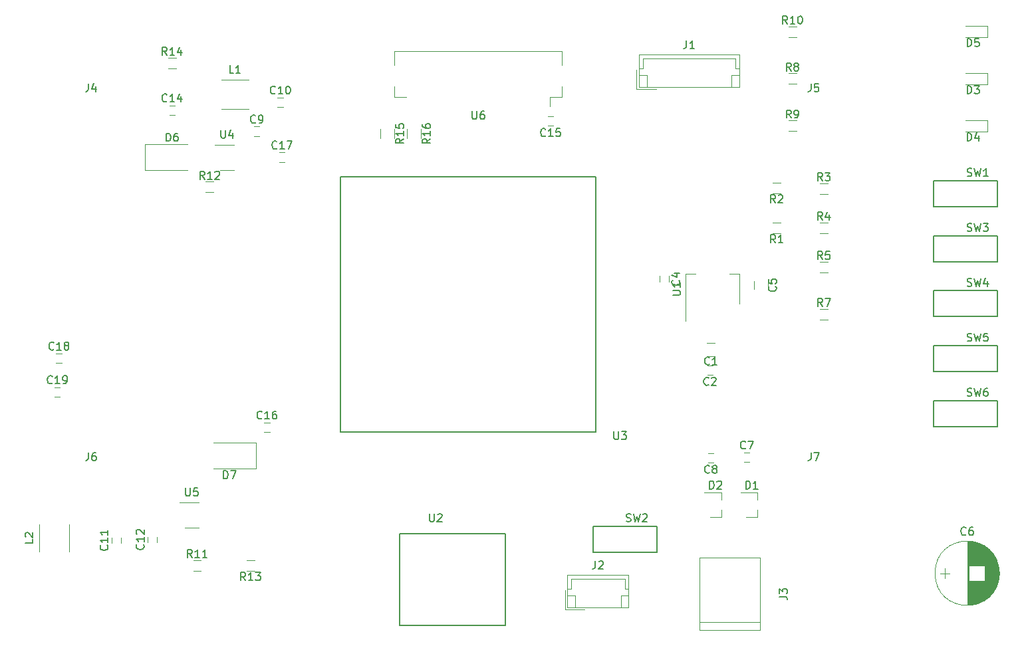
<source format=gbr>
G04 #@! TF.FileFunction,Legend,Top*
%FSLAX46Y46*%
G04 Gerber Fmt 4.6, Leading zero omitted, Abs format (unit mm)*
G04 Created by KiCad (PCBNEW 4.0.7) date 08/21/19 21:36:26*
%MOMM*%
%LPD*%
G01*
G04 APERTURE LIST*
%ADD10C,0.100000*%
%ADD11C,0.120000*%
%ADD12C,0.150000*%
G04 APERTURE END LIST*
D10*
D11*
X163100000Y-104350000D02*
X164100000Y-104350000D01*
X164100000Y-102650000D02*
X163100000Y-102650000D01*
X163150000Y-105500000D02*
X163850000Y-105500000D01*
X163850000Y-106700000D02*
X163150000Y-106700000D01*
X157100000Y-94850000D02*
X157100000Y-94150000D01*
X158300000Y-94150000D02*
X158300000Y-94850000D01*
X170850000Y-95800000D02*
X170850000Y-94800000D01*
X169150000Y-94800000D02*
X169150000Y-95800000D01*
X200340000Y-132000000D02*
G75*
G03X200340000Y-132000000I-4090000J0D01*
G01*
X196250000Y-127950000D02*
X196250000Y-136050000D01*
X196290000Y-127950000D02*
X196290000Y-136050000D01*
X196330000Y-127950000D02*
X196330000Y-136050000D01*
X196370000Y-127951000D02*
X196370000Y-136049000D01*
X196410000Y-127953000D02*
X196410000Y-136047000D01*
X196450000Y-127954000D02*
X196450000Y-136046000D01*
X196490000Y-127957000D02*
X196490000Y-136043000D01*
X196530000Y-127959000D02*
X196530000Y-131020000D01*
X196530000Y-132980000D02*
X196530000Y-136041000D01*
X196570000Y-127962000D02*
X196570000Y-131020000D01*
X196570000Y-132980000D02*
X196570000Y-136038000D01*
X196610000Y-127965000D02*
X196610000Y-131020000D01*
X196610000Y-132980000D02*
X196610000Y-136035000D01*
X196650000Y-127969000D02*
X196650000Y-131020000D01*
X196650000Y-132980000D02*
X196650000Y-136031000D01*
X196690000Y-127973000D02*
X196690000Y-131020000D01*
X196690000Y-132980000D02*
X196690000Y-136027000D01*
X196730000Y-127978000D02*
X196730000Y-131020000D01*
X196730000Y-132980000D02*
X196730000Y-136022000D01*
X196770000Y-127983000D02*
X196770000Y-131020000D01*
X196770000Y-132980000D02*
X196770000Y-136017000D01*
X196810000Y-127988000D02*
X196810000Y-131020000D01*
X196810000Y-132980000D02*
X196810000Y-136012000D01*
X196850000Y-127994000D02*
X196850000Y-131020000D01*
X196850000Y-132980000D02*
X196850000Y-136006000D01*
X196890000Y-128000000D02*
X196890000Y-131020000D01*
X196890000Y-132980000D02*
X196890000Y-136000000D01*
X196930000Y-128006000D02*
X196930000Y-131020000D01*
X196930000Y-132980000D02*
X196930000Y-135994000D01*
X196971000Y-128013000D02*
X196971000Y-131020000D01*
X196971000Y-132980000D02*
X196971000Y-135987000D01*
X197011000Y-128021000D02*
X197011000Y-131020000D01*
X197011000Y-132980000D02*
X197011000Y-135979000D01*
X197051000Y-128029000D02*
X197051000Y-131020000D01*
X197051000Y-132980000D02*
X197051000Y-135971000D01*
X197091000Y-128037000D02*
X197091000Y-131020000D01*
X197091000Y-132980000D02*
X197091000Y-135963000D01*
X197131000Y-128045000D02*
X197131000Y-131020000D01*
X197131000Y-132980000D02*
X197131000Y-135955000D01*
X197171000Y-128054000D02*
X197171000Y-131020000D01*
X197171000Y-132980000D02*
X197171000Y-135946000D01*
X197211000Y-128064000D02*
X197211000Y-131020000D01*
X197211000Y-132980000D02*
X197211000Y-135936000D01*
X197251000Y-128074000D02*
X197251000Y-131020000D01*
X197251000Y-132980000D02*
X197251000Y-135926000D01*
X197291000Y-128084000D02*
X197291000Y-131020000D01*
X197291000Y-132980000D02*
X197291000Y-135916000D01*
X197331000Y-128095000D02*
X197331000Y-131020000D01*
X197331000Y-132980000D02*
X197331000Y-135905000D01*
X197371000Y-128106000D02*
X197371000Y-131020000D01*
X197371000Y-132980000D02*
X197371000Y-135894000D01*
X197411000Y-128117000D02*
X197411000Y-131020000D01*
X197411000Y-132980000D02*
X197411000Y-135883000D01*
X197451000Y-128130000D02*
X197451000Y-131020000D01*
X197451000Y-132980000D02*
X197451000Y-135870000D01*
X197491000Y-128142000D02*
X197491000Y-131020000D01*
X197491000Y-132980000D02*
X197491000Y-135858000D01*
X197531000Y-128155000D02*
X197531000Y-131020000D01*
X197531000Y-132980000D02*
X197531000Y-135845000D01*
X197571000Y-128168000D02*
X197571000Y-131020000D01*
X197571000Y-132980000D02*
X197571000Y-135832000D01*
X197611000Y-128182000D02*
X197611000Y-131020000D01*
X197611000Y-132980000D02*
X197611000Y-135818000D01*
X197651000Y-128197000D02*
X197651000Y-131020000D01*
X197651000Y-132980000D02*
X197651000Y-135803000D01*
X197691000Y-128211000D02*
X197691000Y-131020000D01*
X197691000Y-132980000D02*
X197691000Y-135789000D01*
X197731000Y-128227000D02*
X197731000Y-131020000D01*
X197731000Y-132980000D02*
X197731000Y-135773000D01*
X197771000Y-128242000D02*
X197771000Y-131020000D01*
X197771000Y-132980000D02*
X197771000Y-135758000D01*
X197811000Y-128259000D02*
X197811000Y-131020000D01*
X197811000Y-132980000D02*
X197811000Y-135741000D01*
X197851000Y-128275000D02*
X197851000Y-131020000D01*
X197851000Y-132980000D02*
X197851000Y-135725000D01*
X197891000Y-128293000D02*
X197891000Y-131020000D01*
X197891000Y-132980000D02*
X197891000Y-135707000D01*
X197931000Y-128310000D02*
X197931000Y-131020000D01*
X197931000Y-132980000D02*
X197931000Y-135690000D01*
X197971000Y-128329000D02*
X197971000Y-131020000D01*
X197971000Y-132980000D02*
X197971000Y-135671000D01*
X198011000Y-128348000D02*
X198011000Y-131020000D01*
X198011000Y-132980000D02*
X198011000Y-135652000D01*
X198051000Y-128367000D02*
X198051000Y-131020000D01*
X198051000Y-132980000D02*
X198051000Y-135633000D01*
X198091000Y-128387000D02*
X198091000Y-131020000D01*
X198091000Y-132980000D02*
X198091000Y-135613000D01*
X198131000Y-128407000D02*
X198131000Y-131020000D01*
X198131000Y-132980000D02*
X198131000Y-135593000D01*
X198171000Y-128428000D02*
X198171000Y-131020000D01*
X198171000Y-132980000D02*
X198171000Y-135572000D01*
X198211000Y-128450000D02*
X198211000Y-131020000D01*
X198211000Y-132980000D02*
X198211000Y-135550000D01*
X198251000Y-128472000D02*
X198251000Y-131020000D01*
X198251000Y-132980000D02*
X198251000Y-135528000D01*
X198291000Y-128495000D02*
X198291000Y-131020000D01*
X198291000Y-132980000D02*
X198291000Y-135505000D01*
X198331000Y-128518000D02*
X198331000Y-131020000D01*
X198331000Y-132980000D02*
X198331000Y-135482000D01*
X198371000Y-128542000D02*
X198371000Y-131020000D01*
X198371000Y-132980000D02*
X198371000Y-135458000D01*
X198411000Y-128566000D02*
X198411000Y-131020000D01*
X198411000Y-132980000D02*
X198411000Y-135434000D01*
X198451000Y-128592000D02*
X198451000Y-131020000D01*
X198451000Y-132980000D02*
X198451000Y-135408000D01*
X198491000Y-128617000D02*
X198491000Y-135383000D01*
X198531000Y-128644000D02*
X198531000Y-135356000D01*
X198571000Y-128671000D02*
X198571000Y-135329000D01*
X198611000Y-128699000D02*
X198611000Y-135301000D01*
X198651000Y-128728000D02*
X198651000Y-135272000D01*
X198691000Y-128757000D02*
X198691000Y-135243000D01*
X198731000Y-128787000D02*
X198731000Y-135213000D01*
X198771000Y-128818000D02*
X198771000Y-135182000D01*
X198811000Y-128850000D02*
X198811000Y-135150000D01*
X198851000Y-128882000D02*
X198851000Y-135118000D01*
X198891000Y-128916000D02*
X198891000Y-135084000D01*
X198931000Y-128950000D02*
X198931000Y-135050000D01*
X198971000Y-128985000D02*
X198971000Y-135015000D01*
X199011000Y-129021000D02*
X199011000Y-134979000D01*
X199051000Y-129058000D02*
X199051000Y-134942000D01*
X199091000Y-129096000D02*
X199091000Y-134904000D01*
X199131000Y-129135000D02*
X199131000Y-134865000D01*
X199171000Y-129176000D02*
X199171000Y-134824000D01*
X199211000Y-129217000D02*
X199211000Y-134783000D01*
X199251000Y-129260000D02*
X199251000Y-134740000D01*
X199291000Y-129303000D02*
X199291000Y-134697000D01*
X199331000Y-129348000D02*
X199331000Y-134652000D01*
X199371000Y-129395000D02*
X199371000Y-134605000D01*
X199411000Y-129443000D02*
X199411000Y-134557000D01*
X199451000Y-129492000D02*
X199451000Y-134508000D01*
X199491000Y-129543000D02*
X199491000Y-134457000D01*
X199531000Y-129596000D02*
X199531000Y-134404000D01*
X199571000Y-129651000D02*
X199571000Y-134349000D01*
X199611000Y-129707000D02*
X199611000Y-134293000D01*
X199651000Y-129766000D02*
X199651000Y-134234000D01*
X199691000Y-129827000D02*
X199691000Y-134173000D01*
X199731000Y-129891000D02*
X199731000Y-134109000D01*
X199771000Y-129957000D02*
X199771000Y-134043000D01*
X199811000Y-130026000D02*
X199811000Y-133974000D01*
X199851000Y-130098000D02*
X199851000Y-133902000D01*
X199891000Y-130174000D02*
X199891000Y-133826000D01*
X199931000Y-130255000D02*
X199931000Y-133745000D01*
X199971000Y-130340000D02*
X199971000Y-133660000D01*
X200011000Y-130430000D02*
X200011000Y-133570000D01*
X200051000Y-130527000D02*
X200051000Y-133473000D01*
X200091000Y-130631000D02*
X200091000Y-133369000D01*
X200131000Y-130746000D02*
X200131000Y-133254000D01*
X200171000Y-130873000D02*
X200171000Y-133127000D01*
X200211000Y-131017000D02*
X200211000Y-132983000D01*
X200251000Y-131186000D02*
X200251000Y-132814000D01*
X200291000Y-131402000D02*
X200291000Y-132598000D01*
X200331000Y-131754000D02*
X200331000Y-132246000D01*
X192800000Y-132000000D02*
X194000000Y-132000000D01*
X193400000Y-131350000D02*
X193400000Y-132650000D01*
X168550000Y-117800000D02*
X167850000Y-117800000D01*
X167850000Y-116600000D02*
X168550000Y-116600000D01*
X163250000Y-116700000D02*
X163950000Y-116700000D01*
X163950000Y-117900000D02*
X163250000Y-117900000D01*
X106150000Y-76300000D02*
X105450000Y-76300000D01*
X105450000Y-75100000D02*
X106150000Y-75100000D01*
X109150000Y-72600000D02*
X108450000Y-72600000D01*
X108450000Y-71400000D02*
X109150000Y-71400000D01*
X95350000Y-73600000D02*
X94650000Y-73600000D01*
X94650000Y-72400000D02*
X95350000Y-72400000D01*
X109350000Y-79600000D02*
X108650000Y-79600000D01*
X108650000Y-78400000D02*
X109350000Y-78400000D01*
X80950000Y-105200000D02*
X80250000Y-105200000D01*
X80250000Y-104000000D02*
X80950000Y-104000000D01*
X80750000Y-109500000D02*
X80050000Y-109500000D01*
X80050000Y-108300000D02*
X80750000Y-108300000D01*
X169560000Y-124880000D02*
X169560000Y-123950000D01*
X169560000Y-121720000D02*
X169560000Y-122650000D01*
X169560000Y-121720000D02*
X167400000Y-121720000D01*
X169560000Y-124880000D02*
X168100000Y-124880000D01*
X164960000Y-124880000D02*
X164960000Y-123950000D01*
X164960000Y-121720000D02*
X164960000Y-122650000D01*
X164960000Y-121720000D02*
X162800000Y-121720000D01*
X164960000Y-124880000D02*
X163500000Y-124880000D01*
X198800000Y-69700000D02*
X198800000Y-68300000D01*
X198800000Y-68300000D02*
X196000000Y-68300000D01*
X198800000Y-69700000D02*
X196000000Y-69700000D01*
X198800000Y-75700000D02*
X198800000Y-74300000D01*
X198800000Y-74300000D02*
X196000000Y-74300000D01*
X198800000Y-75700000D02*
X196000000Y-75700000D01*
X198800000Y-63700000D02*
X198800000Y-62300000D01*
X198800000Y-62300000D02*
X196000000Y-62300000D01*
X198800000Y-63700000D02*
X196000000Y-63700000D01*
X81880000Y-129230000D02*
X81880000Y-125770000D01*
X78120000Y-129230000D02*
X78120000Y-125770000D01*
X171500000Y-87320000D02*
X172500000Y-87320000D01*
X172500000Y-88680000D02*
X171500000Y-88680000D01*
X171500000Y-82220000D02*
X172500000Y-82220000D01*
X172500000Y-83580000D02*
X171500000Y-83580000D01*
X178500000Y-83680000D02*
X177500000Y-83680000D01*
X177500000Y-82320000D02*
X178500000Y-82320000D01*
X178500000Y-88680000D02*
X177500000Y-88680000D01*
X177500000Y-87320000D02*
X178500000Y-87320000D01*
X178500000Y-93680000D02*
X177500000Y-93680000D01*
X177500000Y-92320000D02*
X178500000Y-92320000D01*
X178500000Y-99680000D02*
X177500000Y-99680000D01*
X177500000Y-98320000D02*
X178500000Y-98320000D01*
X174500000Y-69680000D02*
X173500000Y-69680000D01*
X173500000Y-68320000D02*
X174500000Y-68320000D01*
X174500000Y-75680000D02*
X173500000Y-75680000D01*
X173500000Y-74320000D02*
X174500000Y-74320000D01*
X174500000Y-63680000D02*
X173500000Y-63680000D01*
X173500000Y-62320000D02*
X174500000Y-62320000D01*
X100300000Y-83480000D02*
X99300000Y-83480000D01*
X99300000Y-82120000D02*
X100300000Y-82120000D01*
X95500000Y-67680000D02*
X94500000Y-67680000D01*
X94500000Y-66320000D02*
X95500000Y-66320000D01*
X101100000Y-80610000D02*
X102900000Y-80610000D01*
X102900000Y-77390000D02*
X100450000Y-77390000D01*
X96600000Y-126210000D02*
X98400000Y-126210000D01*
X98400000Y-122990000D02*
X95950000Y-122990000D01*
X143160000Y-71300000D02*
X144650000Y-71300000D01*
X144650000Y-71300000D02*
X144650000Y-69960000D01*
X124840000Y-71300000D02*
X123350000Y-71300000D01*
X123350000Y-71300000D02*
X123350000Y-69960000D01*
X144650000Y-67240000D02*
X144650000Y-65500000D01*
X144650000Y-65500000D02*
X123350000Y-65500000D01*
X123350000Y-65500000D02*
X123350000Y-67240000D01*
X143160000Y-71300000D02*
X143160000Y-72500000D01*
X142850000Y-73800000D02*
X143550000Y-73800000D01*
X143550000Y-75000000D02*
X142850000Y-75000000D01*
X154450000Y-65950000D02*
X154450000Y-70050000D01*
X154450000Y-70050000D02*
X167250000Y-70050000D01*
X167250000Y-70050000D02*
X167250000Y-65950000D01*
X167250000Y-65950000D02*
X154450000Y-65950000D01*
X154450000Y-67700000D02*
X154950000Y-67700000D01*
X154950000Y-67700000D02*
X154950000Y-66450000D01*
X154950000Y-66450000D02*
X166750000Y-66450000D01*
X166750000Y-66450000D02*
X166750000Y-67700000D01*
X166750000Y-67700000D02*
X167250000Y-67700000D01*
X154450000Y-68550000D02*
X155450000Y-68550000D01*
X155450000Y-68550000D02*
X155450000Y-70050000D01*
X167250000Y-68550000D02*
X166250000Y-68550000D01*
X166250000Y-68550000D02*
X166250000Y-70050000D01*
X154150000Y-67850000D02*
X154150000Y-70350000D01*
X154150000Y-70350000D02*
X156650000Y-70350000D01*
X121520000Y-76600000D02*
X121520000Y-75400000D01*
X123280000Y-75400000D02*
X123280000Y-76600000D01*
X124920000Y-76600000D02*
X124920000Y-75400000D01*
X126680000Y-75400000D02*
X126680000Y-76600000D01*
D12*
X192000000Y-82000000D02*
X200128000Y-82000000D01*
X200128000Y-82000000D02*
X200128000Y-85302000D01*
X200128000Y-85302000D02*
X192000000Y-85302000D01*
X192000000Y-85302000D02*
X192000000Y-82000000D01*
X148600000Y-126000000D02*
X156728000Y-126000000D01*
X156728000Y-126000000D02*
X156728000Y-129302000D01*
X156728000Y-129302000D02*
X148600000Y-129302000D01*
X148600000Y-129302000D02*
X148600000Y-126000000D01*
X192000000Y-89000000D02*
X200128000Y-89000000D01*
X200128000Y-89000000D02*
X200128000Y-92302000D01*
X200128000Y-92302000D02*
X192000000Y-92302000D01*
X192000000Y-92302000D02*
X192000000Y-89000000D01*
X192000000Y-96000000D02*
X200128000Y-96000000D01*
X200128000Y-96000000D02*
X200128000Y-99302000D01*
X200128000Y-99302000D02*
X192000000Y-99302000D01*
X192000000Y-99302000D02*
X192000000Y-96000000D01*
X192000000Y-103000000D02*
X200128000Y-103000000D01*
X200128000Y-103000000D02*
X200128000Y-106302000D01*
X200128000Y-106302000D02*
X192000000Y-106302000D01*
X192000000Y-106302000D02*
X192000000Y-103000000D01*
X192000000Y-110000000D02*
X200128000Y-110000000D01*
X200128000Y-110000000D02*
X200128000Y-113302000D01*
X200128000Y-113302000D02*
X192000000Y-113302000D01*
X192000000Y-113302000D02*
X192000000Y-110000000D01*
D11*
X101270000Y-72880000D02*
X104730000Y-72880000D01*
X101270000Y-69120000D02*
X104730000Y-69120000D01*
X167210000Y-93890000D02*
X165950000Y-93890000D01*
X160390000Y-93890000D02*
X161650000Y-93890000D01*
X167210000Y-97650000D02*
X167210000Y-93890000D01*
X160390000Y-99900000D02*
X160390000Y-93890000D01*
D12*
X149000000Y-114000000D02*
X149000000Y-81488000D01*
X149000000Y-81488000D02*
X116488000Y-81488000D01*
X116488000Y-81488000D02*
X116488000Y-114000000D01*
X116488000Y-114000000D02*
X149000000Y-114000000D01*
X136954000Y-127000000D02*
X137462000Y-127000000D01*
X136446000Y-127000000D02*
X136954000Y-127000000D01*
X137462000Y-127000000D02*
X137462000Y-138684000D01*
X137462000Y-138684000D02*
X136954000Y-138684000D01*
X124000000Y-127000000D02*
X124000000Y-138684000D01*
X124000000Y-138684000D02*
X136954000Y-138684000D01*
X136954000Y-127000000D02*
X124000000Y-127000000D01*
D11*
X88500000Y-127450000D02*
X88500000Y-128150000D01*
X87300000Y-128150000D02*
X87300000Y-127450000D01*
X93100000Y-127350000D02*
X93100000Y-128050000D01*
X91900000Y-128050000D02*
X91900000Y-127350000D01*
X107450000Y-114000000D02*
X106750000Y-114000000D01*
X106750000Y-112800000D02*
X107450000Y-112800000D01*
X105700000Y-118650000D02*
X105700000Y-115350000D01*
X105700000Y-115350000D02*
X100300000Y-115350000D01*
X105700000Y-118650000D02*
X100300000Y-118650000D01*
X145350000Y-132250000D02*
X145350000Y-136350000D01*
X145350000Y-136350000D02*
X153150000Y-136350000D01*
X153150000Y-136350000D02*
X153150000Y-132250000D01*
X153150000Y-132250000D02*
X145350000Y-132250000D01*
X145350000Y-134000000D02*
X145850000Y-134000000D01*
X145850000Y-134000000D02*
X145850000Y-132750000D01*
X145850000Y-132750000D02*
X152650000Y-132750000D01*
X152650000Y-132750000D02*
X152650000Y-134000000D01*
X152650000Y-134000000D02*
X153150000Y-134000000D01*
X145350000Y-134850000D02*
X146350000Y-134850000D01*
X146350000Y-134850000D02*
X146350000Y-136350000D01*
X153150000Y-134850000D02*
X152150000Y-134850000D01*
X152150000Y-134850000D02*
X152150000Y-136350000D01*
X145050000Y-134150000D02*
X145050000Y-136650000D01*
X145050000Y-136650000D02*
X147550000Y-136650000D01*
X98700000Y-131680000D02*
X97700000Y-131680000D01*
X97700000Y-130320000D02*
X98700000Y-130320000D01*
X104500000Y-130320000D02*
X105500000Y-130320000D01*
X105500000Y-131680000D02*
X104500000Y-131680000D01*
X91600000Y-77350000D02*
X91600000Y-80650000D01*
X91600000Y-80650000D02*
X97000000Y-80650000D01*
X91600000Y-77350000D02*
X97000000Y-77350000D01*
X162150000Y-138250000D02*
X169850000Y-138250000D01*
X162150000Y-139250000D02*
X169850000Y-139250000D01*
X169850000Y-139250000D02*
X169850000Y-130050000D01*
X169850000Y-130050000D02*
X162150000Y-130050000D01*
X162150000Y-130050000D02*
X162150000Y-139250000D01*
D12*
X163433334Y-105357143D02*
X163385715Y-105404762D01*
X163242858Y-105452381D01*
X163147620Y-105452381D01*
X163004762Y-105404762D01*
X162909524Y-105309524D01*
X162861905Y-105214286D01*
X162814286Y-105023810D01*
X162814286Y-104880952D01*
X162861905Y-104690476D01*
X162909524Y-104595238D01*
X163004762Y-104500000D01*
X163147620Y-104452381D01*
X163242858Y-104452381D01*
X163385715Y-104500000D01*
X163433334Y-104547619D01*
X164385715Y-105452381D02*
X163814286Y-105452381D01*
X164100000Y-105452381D02*
X164100000Y-104452381D01*
X164004762Y-104595238D01*
X163909524Y-104690476D01*
X163814286Y-104738095D01*
X163333334Y-107957143D02*
X163285715Y-108004762D01*
X163142858Y-108052381D01*
X163047620Y-108052381D01*
X162904762Y-108004762D01*
X162809524Y-107909524D01*
X162761905Y-107814286D01*
X162714286Y-107623810D01*
X162714286Y-107480952D01*
X162761905Y-107290476D01*
X162809524Y-107195238D01*
X162904762Y-107100000D01*
X163047620Y-107052381D01*
X163142858Y-107052381D01*
X163285715Y-107100000D01*
X163333334Y-107147619D01*
X163714286Y-107147619D02*
X163761905Y-107100000D01*
X163857143Y-107052381D01*
X164095239Y-107052381D01*
X164190477Y-107100000D01*
X164238096Y-107147619D01*
X164285715Y-107242857D01*
X164285715Y-107338095D01*
X164238096Y-107480952D01*
X163666667Y-108052381D01*
X164285715Y-108052381D01*
X159557143Y-94666666D02*
X159604762Y-94714285D01*
X159652381Y-94857142D01*
X159652381Y-94952380D01*
X159604762Y-95095238D01*
X159509524Y-95190476D01*
X159414286Y-95238095D01*
X159223810Y-95285714D01*
X159080952Y-95285714D01*
X158890476Y-95238095D01*
X158795238Y-95190476D01*
X158700000Y-95095238D01*
X158652381Y-94952380D01*
X158652381Y-94857142D01*
X158700000Y-94714285D01*
X158747619Y-94666666D01*
X158985714Y-93809523D02*
X159652381Y-93809523D01*
X158604762Y-94047619D02*
X159319048Y-94285714D01*
X159319048Y-93666666D01*
X171857143Y-95466666D02*
X171904762Y-95514285D01*
X171952381Y-95657142D01*
X171952381Y-95752380D01*
X171904762Y-95895238D01*
X171809524Y-95990476D01*
X171714286Y-96038095D01*
X171523810Y-96085714D01*
X171380952Y-96085714D01*
X171190476Y-96038095D01*
X171095238Y-95990476D01*
X171000000Y-95895238D01*
X170952381Y-95752380D01*
X170952381Y-95657142D01*
X171000000Y-95514285D01*
X171047619Y-95466666D01*
X170952381Y-94561904D02*
X170952381Y-95038095D01*
X171428571Y-95085714D01*
X171380952Y-95038095D01*
X171333333Y-94942857D01*
X171333333Y-94704761D01*
X171380952Y-94609523D01*
X171428571Y-94561904D01*
X171523810Y-94514285D01*
X171761905Y-94514285D01*
X171857143Y-94561904D01*
X171904762Y-94609523D01*
X171952381Y-94704761D01*
X171952381Y-94942857D01*
X171904762Y-95038095D01*
X171857143Y-95085714D01*
X196083334Y-127047143D02*
X196035715Y-127094762D01*
X195892858Y-127142381D01*
X195797620Y-127142381D01*
X195654762Y-127094762D01*
X195559524Y-126999524D01*
X195511905Y-126904286D01*
X195464286Y-126713810D01*
X195464286Y-126570952D01*
X195511905Y-126380476D01*
X195559524Y-126285238D01*
X195654762Y-126190000D01*
X195797620Y-126142381D01*
X195892858Y-126142381D01*
X196035715Y-126190000D01*
X196083334Y-126237619D01*
X196940477Y-126142381D02*
X196750000Y-126142381D01*
X196654762Y-126190000D01*
X196607143Y-126237619D01*
X196511905Y-126380476D01*
X196464286Y-126570952D01*
X196464286Y-126951905D01*
X196511905Y-127047143D01*
X196559524Y-127094762D01*
X196654762Y-127142381D01*
X196845239Y-127142381D01*
X196940477Y-127094762D01*
X196988096Y-127047143D01*
X197035715Y-126951905D01*
X197035715Y-126713810D01*
X196988096Y-126618571D01*
X196940477Y-126570952D01*
X196845239Y-126523333D01*
X196654762Y-126523333D01*
X196559524Y-126570952D01*
X196511905Y-126618571D01*
X196464286Y-126713810D01*
X168033334Y-116057143D02*
X167985715Y-116104762D01*
X167842858Y-116152381D01*
X167747620Y-116152381D01*
X167604762Y-116104762D01*
X167509524Y-116009524D01*
X167461905Y-115914286D01*
X167414286Y-115723810D01*
X167414286Y-115580952D01*
X167461905Y-115390476D01*
X167509524Y-115295238D01*
X167604762Y-115200000D01*
X167747620Y-115152381D01*
X167842858Y-115152381D01*
X167985715Y-115200000D01*
X168033334Y-115247619D01*
X168366667Y-115152381D02*
X169033334Y-115152381D01*
X168604762Y-116152381D01*
X163433334Y-119157143D02*
X163385715Y-119204762D01*
X163242858Y-119252381D01*
X163147620Y-119252381D01*
X163004762Y-119204762D01*
X162909524Y-119109524D01*
X162861905Y-119014286D01*
X162814286Y-118823810D01*
X162814286Y-118680952D01*
X162861905Y-118490476D01*
X162909524Y-118395238D01*
X163004762Y-118300000D01*
X163147620Y-118252381D01*
X163242858Y-118252381D01*
X163385715Y-118300000D01*
X163433334Y-118347619D01*
X164004762Y-118680952D02*
X163909524Y-118633333D01*
X163861905Y-118585714D01*
X163814286Y-118490476D01*
X163814286Y-118442857D01*
X163861905Y-118347619D01*
X163909524Y-118300000D01*
X164004762Y-118252381D01*
X164195239Y-118252381D01*
X164290477Y-118300000D01*
X164338096Y-118347619D01*
X164385715Y-118442857D01*
X164385715Y-118490476D01*
X164338096Y-118585714D01*
X164290477Y-118633333D01*
X164195239Y-118680952D01*
X164004762Y-118680952D01*
X163909524Y-118728571D01*
X163861905Y-118776190D01*
X163814286Y-118871429D01*
X163814286Y-119061905D01*
X163861905Y-119157143D01*
X163909524Y-119204762D01*
X164004762Y-119252381D01*
X164195239Y-119252381D01*
X164290477Y-119204762D01*
X164338096Y-119157143D01*
X164385715Y-119061905D01*
X164385715Y-118871429D01*
X164338096Y-118776190D01*
X164290477Y-118728571D01*
X164195239Y-118680952D01*
X105633334Y-74557143D02*
X105585715Y-74604762D01*
X105442858Y-74652381D01*
X105347620Y-74652381D01*
X105204762Y-74604762D01*
X105109524Y-74509524D01*
X105061905Y-74414286D01*
X105014286Y-74223810D01*
X105014286Y-74080952D01*
X105061905Y-73890476D01*
X105109524Y-73795238D01*
X105204762Y-73700000D01*
X105347620Y-73652381D01*
X105442858Y-73652381D01*
X105585715Y-73700000D01*
X105633334Y-73747619D01*
X106109524Y-74652381D02*
X106300000Y-74652381D01*
X106395239Y-74604762D01*
X106442858Y-74557143D01*
X106538096Y-74414286D01*
X106585715Y-74223810D01*
X106585715Y-73842857D01*
X106538096Y-73747619D01*
X106490477Y-73700000D01*
X106395239Y-73652381D01*
X106204762Y-73652381D01*
X106109524Y-73700000D01*
X106061905Y-73747619D01*
X106014286Y-73842857D01*
X106014286Y-74080952D01*
X106061905Y-74176190D01*
X106109524Y-74223810D01*
X106204762Y-74271429D01*
X106395239Y-74271429D01*
X106490477Y-74223810D01*
X106538096Y-74176190D01*
X106585715Y-74080952D01*
X108157143Y-70857143D02*
X108109524Y-70904762D01*
X107966667Y-70952381D01*
X107871429Y-70952381D01*
X107728571Y-70904762D01*
X107633333Y-70809524D01*
X107585714Y-70714286D01*
X107538095Y-70523810D01*
X107538095Y-70380952D01*
X107585714Y-70190476D01*
X107633333Y-70095238D01*
X107728571Y-70000000D01*
X107871429Y-69952381D01*
X107966667Y-69952381D01*
X108109524Y-70000000D01*
X108157143Y-70047619D01*
X109109524Y-70952381D02*
X108538095Y-70952381D01*
X108823809Y-70952381D02*
X108823809Y-69952381D01*
X108728571Y-70095238D01*
X108633333Y-70190476D01*
X108538095Y-70238095D01*
X109728571Y-69952381D02*
X109823810Y-69952381D01*
X109919048Y-70000000D01*
X109966667Y-70047619D01*
X110014286Y-70142857D01*
X110061905Y-70333333D01*
X110061905Y-70571429D01*
X110014286Y-70761905D01*
X109966667Y-70857143D01*
X109919048Y-70904762D01*
X109823810Y-70952381D01*
X109728571Y-70952381D01*
X109633333Y-70904762D01*
X109585714Y-70857143D01*
X109538095Y-70761905D01*
X109490476Y-70571429D01*
X109490476Y-70333333D01*
X109538095Y-70142857D01*
X109585714Y-70047619D01*
X109633333Y-70000000D01*
X109728571Y-69952381D01*
X94357143Y-71857143D02*
X94309524Y-71904762D01*
X94166667Y-71952381D01*
X94071429Y-71952381D01*
X93928571Y-71904762D01*
X93833333Y-71809524D01*
X93785714Y-71714286D01*
X93738095Y-71523810D01*
X93738095Y-71380952D01*
X93785714Y-71190476D01*
X93833333Y-71095238D01*
X93928571Y-71000000D01*
X94071429Y-70952381D01*
X94166667Y-70952381D01*
X94309524Y-71000000D01*
X94357143Y-71047619D01*
X95309524Y-71952381D02*
X94738095Y-71952381D01*
X95023809Y-71952381D02*
X95023809Y-70952381D01*
X94928571Y-71095238D01*
X94833333Y-71190476D01*
X94738095Y-71238095D01*
X96166667Y-71285714D02*
X96166667Y-71952381D01*
X95928571Y-70904762D02*
X95690476Y-71619048D01*
X96309524Y-71619048D01*
X108357143Y-77857143D02*
X108309524Y-77904762D01*
X108166667Y-77952381D01*
X108071429Y-77952381D01*
X107928571Y-77904762D01*
X107833333Y-77809524D01*
X107785714Y-77714286D01*
X107738095Y-77523810D01*
X107738095Y-77380952D01*
X107785714Y-77190476D01*
X107833333Y-77095238D01*
X107928571Y-77000000D01*
X108071429Y-76952381D01*
X108166667Y-76952381D01*
X108309524Y-77000000D01*
X108357143Y-77047619D01*
X109309524Y-77952381D02*
X108738095Y-77952381D01*
X109023809Y-77952381D02*
X109023809Y-76952381D01*
X108928571Y-77095238D01*
X108833333Y-77190476D01*
X108738095Y-77238095D01*
X109642857Y-76952381D02*
X110309524Y-76952381D01*
X109880952Y-77952381D01*
X79957143Y-103457143D02*
X79909524Y-103504762D01*
X79766667Y-103552381D01*
X79671429Y-103552381D01*
X79528571Y-103504762D01*
X79433333Y-103409524D01*
X79385714Y-103314286D01*
X79338095Y-103123810D01*
X79338095Y-102980952D01*
X79385714Y-102790476D01*
X79433333Y-102695238D01*
X79528571Y-102600000D01*
X79671429Y-102552381D01*
X79766667Y-102552381D01*
X79909524Y-102600000D01*
X79957143Y-102647619D01*
X80909524Y-103552381D02*
X80338095Y-103552381D01*
X80623809Y-103552381D02*
X80623809Y-102552381D01*
X80528571Y-102695238D01*
X80433333Y-102790476D01*
X80338095Y-102838095D01*
X81480952Y-102980952D02*
X81385714Y-102933333D01*
X81338095Y-102885714D01*
X81290476Y-102790476D01*
X81290476Y-102742857D01*
X81338095Y-102647619D01*
X81385714Y-102600000D01*
X81480952Y-102552381D01*
X81671429Y-102552381D01*
X81766667Y-102600000D01*
X81814286Y-102647619D01*
X81861905Y-102742857D01*
X81861905Y-102790476D01*
X81814286Y-102885714D01*
X81766667Y-102933333D01*
X81671429Y-102980952D01*
X81480952Y-102980952D01*
X81385714Y-103028571D01*
X81338095Y-103076190D01*
X81290476Y-103171429D01*
X81290476Y-103361905D01*
X81338095Y-103457143D01*
X81385714Y-103504762D01*
X81480952Y-103552381D01*
X81671429Y-103552381D01*
X81766667Y-103504762D01*
X81814286Y-103457143D01*
X81861905Y-103361905D01*
X81861905Y-103171429D01*
X81814286Y-103076190D01*
X81766667Y-103028571D01*
X81671429Y-102980952D01*
X79757143Y-107757143D02*
X79709524Y-107804762D01*
X79566667Y-107852381D01*
X79471429Y-107852381D01*
X79328571Y-107804762D01*
X79233333Y-107709524D01*
X79185714Y-107614286D01*
X79138095Y-107423810D01*
X79138095Y-107280952D01*
X79185714Y-107090476D01*
X79233333Y-106995238D01*
X79328571Y-106900000D01*
X79471429Y-106852381D01*
X79566667Y-106852381D01*
X79709524Y-106900000D01*
X79757143Y-106947619D01*
X80709524Y-107852381D02*
X80138095Y-107852381D01*
X80423809Y-107852381D02*
X80423809Y-106852381D01*
X80328571Y-106995238D01*
X80233333Y-107090476D01*
X80138095Y-107138095D01*
X81185714Y-107852381D02*
X81376190Y-107852381D01*
X81471429Y-107804762D01*
X81519048Y-107757143D01*
X81614286Y-107614286D01*
X81661905Y-107423810D01*
X81661905Y-107042857D01*
X81614286Y-106947619D01*
X81566667Y-106900000D01*
X81471429Y-106852381D01*
X81280952Y-106852381D01*
X81185714Y-106900000D01*
X81138095Y-106947619D01*
X81090476Y-107042857D01*
X81090476Y-107280952D01*
X81138095Y-107376190D01*
X81185714Y-107423810D01*
X81280952Y-107471429D01*
X81471429Y-107471429D01*
X81566667Y-107423810D01*
X81614286Y-107376190D01*
X81661905Y-107280952D01*
X168061905Y-121252381D02*
X168061905Y-120252381D01*
X168300000Y-120252381D01*
X168442858Y-120300000D01*
X168538096Y-120395238D01*
X168585715Y-120490476D01*
X168633334Y-120680952D01*
X168633334Y-120823810D01*
X168585715Y-121014286D01*
X168538096Y-121109524D01*
X168442858Y-121204762D01*
X168300000Y-121252381D01*
X168061905Y-121252381D01*
X169585715Y-121252381D02*
X169014286Y-121252381D01*
X169300000Y-121252381D02*
X169300000Y-120252381D01*
X169204762Y-120395238D01*
X169109524Y-120490476D01*
X169014286Y-120538095D01*
X163461905Y-121252381D02*
X163461905Y-120252381D01*
X163700000Y-120252381D01*
X163842858Y-120300000D01*
X163938096Y-120395238D01*
X163985715Y-120490476D01*
X164033334Y-120680952D01*
X164033334Y-120823810D01*
X163985715Y-121014286D01*
X163938096Y-121109524D01*
X163842858Y-121204762D01*
X163700000Y-121252381D01*
X163461905Y-121252381D01*
X164414286Y-120347619D02*
X164461905Y-120300000D01*
X164557143Y-120252381D01*
X164795239Y-120252381D01*
X164890477Y-120300000D01*
X164938096Y-120347619D01*
X164985715Y-120442857D01*
X164985715Y-120538095D01*
X164938096Y-120680952D01*
X164366667Y-121252381D01*
X164985715Y-121252381D01*
X196261905Y-70902381D02*
X196261905Y-69902381D01*
X196500000Y-69902381D01*
X196642858Y-69950000D01*
X196738096Y-70045238D01*
X196785715Y-70140476D01*
X196833334Y-70330952D01*
X196833334Y-70473810D01*
X196785715Y-70664286D01*
X196738096Y-70759524D01*
X196642858Y-70854762D01*
X196500000Y-70902381D01*
X196261905Y-70902381D01*
X197166667Y-69902381D02*
X197785715Y-69902381D01*
X197452381Y-70283333D01*
X197595239Y-70283333D01*
X197690477Y-70330952D01*
X197738096Y-70378571D01*
X197785715Y-70473810D01*
X197785715Y-70711905D01*
X197738096Y-70807143D01*
X197690477Y-70854762D01*
X197595239Y-70902381D01*
X197309524Y-70902381D01*
X197214286Y-70854762D01*
X197166667Y-70807143D01*
X196261905Y-76902381D02*
X196261905Y-75902381D01*
X196500000Y-75902381D01*
X196642858Y-75950000D01*
X196738096Y-76045238D01*
X196785715Y-76140476D01*
X196833334Y-76330952D01*
X196833334Y-76473810D01*
X196785715Y-76664286D01*
X196738096Y-76759524D01*
X196642858Y-76854762D01*
X196500000Y-76902381D01*
X196261905Y-76902381D01*
X197690477Y-76235714D02*
X197690477Y-76902381D01*
X197452381Y-75854762D02*
X197214286Y-76569048D01*
X197833334Y-76569048D01*
X196261905Y-64902381D02*
X196261905Y-63902381D01*
X196500000Y-63902381D01*
X196642858Y-63950000D01*
X196738096Y-64045238D01*
X196785715Y-64140476D01*
X196833334Y-64330952D01*
X196833334Y-64473810D01*
X196785715Y-64664286D01*
X196738096Y-64759524D01*
X196642858Y-64854762D01*
X196500000Y-64902381D01*
X196261905Y-64902381D01*
X197738096Y-63902381D02*
X197261905Y-63902381D01*
X197214286Y-64378571D01*
X197261905Y-64330952D01*
X197357143Y-64283333D01*
X197595239Y-64283333D01*
X197690477Y-64330952D01*
X197738096Y-64378571D01*
X197785715Y-64473810D01*
X197785715Y-64711905D01*
X197738096Y-64807143D01*
X197690477Y-64854762D01*
X197595239Y-64902381D01*
X197357143Y-64902381D01*
X197261905Y-64854762D01*
X197214286Y-64807143D01*
X77282381Y-127666666D02*
X77282381Y-128142857D01*
X76282381Y-128142857D01*
X76377619Y-127380952D02*
X76330000Y-127333333D01*
X76282381Y-127238095D01*
X76282381Y-126999999D01*
X76330000Y-126904761D01*
X76377619Y-126857142D01*
X76472857Y-126809523D01*
X76568095Y-126809523D01*
X76710952Y-126857142D01*
X77282381Y-127428571D01*
X77282381Y-126809523D01*
X171833334Y-89902381D02*
X171500000Y-89426190D01*
X171261905Y-89902381D02*
X171261905Y-88902381D01*
X171642858Y-88902381D01*
X171738096Y-88950000D01*
X171785715Y-88997619D01*
X171833334Y-89092857D01*
X171833334Y-89235714D01*
X171785715Y-89330952D01*
X171738096Y-89378571D01*
X171642858Y-89426190D01*
X171261905Y-89426190D01*
X172785715Y-89902381D02*
X172214286Y-89902381D01*
X172500000Y-89902381D02*
X172500000Y-88902381D01*
X172404762Y-89045238D01*
X172309524Y-89140476D01*
X172214286Y-89188095D01*
X171833334Y-84802381D02*
X171500000Y-84326190D01*
X171261905Y-84802381D02*
X171261905Y-83802381D01*
X171642858Y-83802381D01*
X171738096Y-83850000D01*
X171785715Y-83897619D01*
X171833334Y-83992857D01*
X171833334Y-84135714D01*
X171785715Y-84230952D01*
X171738096Y-84278571D01*
X171642858Y-84326190D01*
X171261905Y-84326190D01*
X172214286Y-83897619D02*
X172261905Y-83850000D01*
X172357143Y-83802381D01*
X172595239Y-83802381D01*
X172690477Y-83850000D01*
X172738096Y-83897619D01*
X172785715Y-83992857D01*
X172785715Y-84088095D01*
X172738096Y-84230952D01*
X172166667Y-84802381D01*
X172785715Y-84802381D01*
X177833334Y-82002381D02*
X177500000Y-81526190D01*
X177261905Y-82002381D02*
X177261905Y-81002381D01*
X177642858Y-81002381D01*
X177738096Y-81050000D01*
X177785715Y-81097619D01*
X177833334Y-81192857D01*
X177833334Y-81335714D01*
X177785715Y-81430952D01*
X177738096Y-81478571D01*
X177642858Y-81526190D01*
X177261905Y-81526190D01*
X178166667Y-81002381D02*
X178785715Y-81002381D01*
X178452381Y-81383333D01*
X178595239Y-81383333D01*
X178690477Y-81430952D01*
X178738096Y-81478571D01*
X178785715Y-81573810D01*
X178785715Y-81811905D01*
X178738096Y-81907143D01*
X178690477Y-81954762D01*
X178595239Y-82002381D01*
X178309524Y-82002381D01*
X178214286Y-81954762D01*
X178166667Y-81907143D01*
X177833334Y-87002381D02*
X177500000Y-86526190D01*
X177261905Y-87002381D02*
X177261905Y-86002381D01*
X177642858Y-86002381D01*
X177738096Y-86050000D01*
X177785715Y-86097619D01*
X177833334Y-86192857D01*
X177833334Y-86335714D01*
X177785715Y-86430952D01*
X177738096Y-86478571D01*
X177642858Y-86526190D01*
X177261905Y-86526190D01*
X178690477Y-86335714D02*
X178690477Y-87002381D01*
X178452381Y-85954762D02*
X178214286Y-86669048D01*
X178833334Y-86669048D01*
X177833334Y-92002381D02*
X177500000Y-91526190D01*
X177261905Y-92002381D02*
X177261905Y-91002381D01*
X177642858Y-91002381D01*
X177738096Y-91050000D01*
X177785715Y-91097619D01*
X177833334Y-91192857D01*
X177833334Y-91335714D01*
X177785715Y-91430952D01*
X177738096Y-91478571D01*
X177642858Y-91526190D01*
X177261905Y-91526190D01*
X178738096Y-91002381D02*
X178261905Y-91002381D01*
X178214286Y-91478571D01*
X178261905Y-91430952D01*
X178357143Y-91383333D01*
X178595239Y-91383333D01*
X178690477Y-91430952D01*
X178738096Y-91478571D01*
X178785715Y-91573810D01*
X178785715Y-91811905D01*
X178738096Y-91907143D01*
X178690477Y-91954762D01*
X178595239Y-92002381D01*
X178357143Y-92002381D01*
X178261905Y-91954762D01*
X178214286Y-91907143D01*
X177833334Y-98002381D02*
X177500000Y-97526190D01*
X177261905Y-98002381D02*
X177261905Y-97002381D01*
X177642858Y-97002381D01*
X177738096Y-97050000D01*
X177785715Y-97097619D01*
X177833334Y-97192857D01*
X177833334Y-97335714D01*
X177785715Y-97430952D01*
X177738096Y-97478571D01*
X177642858Y-97526190D01*
X177261905Y-97526190D01*
X178166667Y-97002381D02*
X178833334Y-97002381D01*
X178404762Y-98002381D01*
X173833334Y-68002381D02*
X173500000Y-67526190D01*
X173261905Y-68002381D02*
X173261905Y-67002381D01*
X173642858Y-67002381D01*
X173738096Y-67050000D01*
X173785715Y-67097619D01*
X173833334Y-67192857D01*
X173833334Y-67335714D01*
X173785715Y-67430952D01*
X173738096Y-67478571D01*
X173642858Y-67526190D01*
X173261905Y-67526190D01*
X174404762Y-67430952D02*
X174309524Y-67383333D01*
X174261905Y-67335714D01*
X174214286Y-67240476D01*
X174214286Y-67192857D01*
X174261905Y-67097619D01*
X174309524Y-67050000D01*
X174404762Y-67002381D01*
X174595239Y-67002381D01*
X174690477Y-67050000D01*
X174738096Y-67097619D01*
X174785715Y-67192857D01*
X174785715Y-67240476D01*
X174738096Y-67335714D01*
X174690477Y-67383333D01*
X174595239Y-67430952D01*
X174404762Y-67430952D01*
X174309524Y-67478571D01*
X174261905Y-67526190D01*
X174214286Y-67621429D01*
X174214286Y-67811905D01*
X174261905Y-67907143D01*
X174309524Y-67954762D01*
X174404762Y-68002381D01*
X174595239Y-68002381D01*
X174690477Y-67954762D01*
X174738096Y-67907143D01*
X174785715Y-67811905D01*
X174785715Y-67621429D01*
X174738096Y-67526190D01*
X174690477Y-67478571D01*
X174595239Y-67430952D01*
X173833334Y-74002381D02*
X173500000Y-73526190D01*
X173261905Y-74002381D02*
X173261905Y-73002381D01*
X173642858Y-73002381D01*
X173738096Y-73050000D01*
X173785715Y-73097619D01*
X173833334Y-73192857D01*
X173833334Y-73335714D01*
X173785715Y-73430952D01*
X173738096Y-73478571D01*
X173642858Y-73526190D01*
X173261905Y-73526190D01*
X174309524Y-74002381D02*
X174500000Y-74002381D01*
X174595239Y-73954762D01*
X174642858Y-73907143D01*
X174738096Y-73764286D01*
X174785715Y-73573810D01*
X174785715Y-73192857D01*
X174738096Y-73097619D01*
X174690477Y-73050000D01*
X174595239Y-73002381D01*
X174404762Y-73002381D01*
X174309524Y-73050000D01*
X174261905Y-73097619D01*
X174214286Y-73192857D01*
X174214286Y-73430952D01*
X174261905Y-73526190D01*
X174309524Y-73573810D01*
X174404762Y-73621429D01*
X174595239Y-73621429D01*
X174690477Y-73573810D01*
X174738096Y-73526190D01*
X174785715Y-73430952D01*
X173357143Y-62002381D02*
X173023809Y-61526190D01*
X172785714Y-62002381D02*
X172785714Y-61002381D01*
X173166667Y-61002381D01*
X173261905Y-61050000D01*
X173309524Y-61097619D01*
X173357143Y-61192857D01*
X173357143Y-61335714D01*
X173309524Y-61430952D01*
X173261905Y-61478571D01*
X173166667Y-61526190D01*
X172785714Y-61526190D01*
X174309524Y-62002381D02*
X173738095Y-62002381D01*
X174023809Y-62002381D02*
X174023809Y-61002381D01*
X173928571Y-61145238D01*
X173833333Y-61240476D01*
X173738095Y-61288095D01*
X174928571Y-61002381D02*
X175023810Y-61002381D01*
X175119048Y-61050000D01*
X175166667Y-61097619D01*
X175214286Y-61192857D01*
X175261905Y-61383333D01*
X175261905Y-61621429D01*
X175214286Y-61811905D01*
X175166667Y-61907143D01*
X175119048Y-61954762D01*
X175023810Y-62002381D01*
X174928571Y-62002381D01*
X174833333Y-61954762D01*
X174785714Y-61907143D01*
X174738095Y-61811905D01*
X174690476Y-61621429D01*
X174690476Y-61383333D01*
X174738095Y-61192857D01*
X174785714Y-61097619D01*
X174833333Y-61050000D01*
X174928571Y-61002381D01*
X99157143Y-81802381D02*
X98823809Y-81326190D01*
X98585714Y-81802381D02*
X98585714Y-80802381D01*
X98966667Y-80802381D01*
X99061905Y-80850000D01*
X99109524Y-80897619D01*
X99157143Y-80992857D01*
X99157143Y-81135714D01*
X99109524Y-81230952D01*
X99061905Y-81278571D01*
X98966667Y-81326190D01*
X98585714Y-81326190D01*
X100109524Y-81802381D02*
X99538095Y-81802381D01*
X99823809Y-81802381D02*
X99823809Y-80802381D01*
X99728571Y-80945238D01*
X99633333Y-81040476D01*
X99538095Y-81088095D01*
X100490476Y-80897619D02*
X100538095Y-80850000D01*
X100633333Y-80802381D01*
X100871429Y-80802381D01*
X100966667Y-80850000D01*
X101014286Y-80897619D01*
X101061905Y-80992857D01*
X101061905Y-81088095D01*
X101014286Y-81230952D01*
X100442857Y-81802381D01*
X101061905Y-81802381D01*
X94357143Y-66002381D02*
X94023809Y-65526190D01*
X93785714Y-66002381D02*
X93785714Y-65002381D01*
X94166667Y-65002381D01*
X94261905Y-65050000D01*
X94309524Y-65097619D01*
X94357143Y-65192857D01*
X94357143Y-65335714D01*
X94309524Y-65430952D01*
X94261905Y-65478571D01*
X94166667Y-65526190D01*
X93785714Y-65526190D01*
X95309524Y-66002381D02*
X94738095Y-66002381D01*
X95023809Y-66002381D02*
X95023809Y-65002381D01*
X94928571Y-65145238D01*
X94833333Y-65240476D01*
X94738095Y-65288095D01*
X96166667Y-65335714D02*
X96166667Y-66002381D01*
X95928571Y-64954762D02*
X95690476Y-65669048D01*
X96309524Y-65669048D01*
X101238095Y-75552381D02*
X101238095Y-76361905D01*
X101285714Y-76457143D01*
X101333333Y-76504762D01*
X101428571Y-76552381D01*
X101619048Y-76552381D01*
X101714286Y-76504762D01*
X101761905Y-76457143D01*
X101809524Y-76361905D01*
X101809524Y-75552381D01*
X102714286Y-75885714D02*
X102714286Y-76552381D01*
X102476190Y-75504762D02*
X102238095Y-76219048D01*
X102857143Y-76219048D01*
X96738095Y-121152381D02*
X96738095Y-121961905D01*
X96785714Y-122057143D01*
X96833333Y-122104762D01*
X96928571Y-122152381D01*
X97119048Y-122152381D01*
X97214286Y-122104762D01*
X97261905Y-122057143D01*
X97309524Y-121961905D01*
X97309524Y-121152381D01*
X98261905Y-121152381D02*
X97785714Y-121152381D01*
X97738095Y-121628571D01*
X97785714Y-121580952D01*
X97880952Y-121533333D01*
X98119048Y-121533333D01*
X98214286Y-121580952D01*
X98261905Y-121628571D01*
X98309524Y-121723810D01*
X98309524Y-121961905D01*
X98261905Y-122057143D01*
X98214286Y-122104762D01*
X98119048Y-122152381D01*
X97880952Y-122152381D01*
X97785714Y-122104762D01*
X97738095Y-122057143D01*
X133238095Y-73152381D02*
X133238095Y-73961905D01*
X133285714Y-74057143D01*
X133333333Y-74104762D01*
X133428571Y-74152381D01*
X133619048Y-74152381D01*
X133714286Y-74104762D01*
X133761905Y-74057143D01*
X133809524Y-73961905D01*
X133809524Y-73152381D01*
X134714286Y-73152381D02*
X134523809Y-73152381D01*
X134428571Y-73200000D01*
X134380952Y-73247619D01*
X134285714Y-73390476D01*
X134238095Y-73580952D01*
X134238095Y-73961905D01*
X134285714Y-74057143D01*
X134333333Y-74104762D01*
X134428571Y-74152381D01*
X134619048Y-74152381D01*
X134714286Y-74104762D01*
X134761905Y-74057143D01*
X134809524Y-73961905D01*
X134809524Y-73723810D01*
X134761905Y-73628571D01*
X134714286Y-73580952D01*
X134619048Y-73533333D01*
X134428571Y-73533333D01*
X134333333Y-73580952D01*
X134285714Y-73628571D01*
X134238095Y-73723810D01*
X142557143Y-76257143D02*
X142509524Y-76304762D01*
X142366667Y-76352381D01*
X142271429Y-76352381D01*
X142128571Y-76304762D01*
X142033333Y-76209524D01*
X141985714Y-76114286D01*
X141938095Y-75923810D01*
X141938095Y-75780952D01*
X141985714Y-75590476D01*
X142033333Y-75495238D01*
X142128571Y-75400000D01*
X142271429Y-75352381D01*
X142366667Y-75352381D01*
X142509524Y-75400000D01*
X142557143Y-75447619D01*
X143509524Y-76352381D02*
X142938095Y-76352381D01*
X143223809Y-76352381D02*
X143223809Y-75352381D01*
X143128571Y-75495238D01*
X143033333Y-75590476D01*
X142938095Y-75638095D01*
X144414286Y-75352381D02*
X143938095Y-75352381D01*
X143890476Y-75828571D01*
X143938095Y-75780952D01*
X144033333Y-75733333D01*
X144271429Y-75733333D01*
X144366667Y-75780952D01*
X144414286Y-75828571D01*
X144461905Y-75923810D01*
X144461905Y-76161905D01*
X144414286Y-76257143D01*
X144366667Y-76304762D01*
X144271429Y-76352381D01*
X144033333Y-76352381D01*
X143938095Y-76304762D01*
X143890476Y-76257143D01*
X160516667Y-64152381D02*
X160516667Y-64866667D01*
X160469047Y-65009524D01*
X160373809Y-65104762D01*
X160230952Y-65152381D01*
X160135714Y-65152381D01*
X161516667Y-65152381D02*
X160945238Y-65152381D01*
X161230952Y-65152381D02*
X161230952Y-64152381D01*
X161135714Y-64295238D01*
X161040476Y-64390476D01*
X160945238Y-64438095D01*
X124502381Y-76642857D02*
X124026190Y-76976191D01*
X124502381Y-77214286D02*
X123502381Y-77214286D01*
X123502381Y-76833333D01*
X123550000Y-76738095D01*
X123597619Y-76690476D01*
X123692857Y-76642857D01*
X123835714Y-76642857D01*
X123930952Y-76690476D01*
X123978571Y-76738095D01*
X124026190Y-76833333D01*
X124026190Y-77214286D01*
X124502381Y-75690476D02*
X124502381Y-76261905D01*
X124502381Y-75976191D02*
X123502381Y-75976191D01*
X123645238Y-76071429D01*
X123740476Y-76166667D01*
X123788095Y-76261905D01*
X123502381Y-74785714D02*
X123502381Y-75261905D01*
X123978571Y-75309524D01*
X123930952Y-75261905D01*
X123883333Y-75166667D01*
X123883333Y-74928571D01*
X123930952Y-74833333D01*
X123978571Y-74785714D01*
X124073810Y-74738095D01*
X124311905Y-74738095D01*
X124407143Y-74785714D01*
X124454762Y-74833333D01*
X124502381Y-74928571D01*
X124502381Y-75166667D01*
X124454762Y-75261905D01*
X124407143Y-75309524D01*
X127902381Y-76642857D02*
X127426190Y-76976191D01*
X127902381Y-77214286D02*
X126902381Y-77214286D01*
X126902381Y-76833333D01*
X126950000Y-76738095D01*
X126997619Y-76690476D01*
X127092857Y-76642857D01*
X127235714Y-76642857D01*
X127330952Y-76690476D01*
X127378571Y-76738095D01*
X127426190Y-76833333D01*
X127426190Y-77214286D01*
X127902381Y-75690476D02*
X127902381Y-76261905D01*
X127902381Y-75976191D02*
X126902381Y-75976191D01*
X127045238Y-76071429D01*
X127140476Y-76166667D01*
X127188095Y-76261905D01*
X126902381Y-74833333D02*
X126902381Y-75023810D01*
X126950000Y-75119048D01*
X126997619Y-75166667D01*
X127140476Y-75261905D01*
X127330952Y-75309524D01*
X127711905Y-75309524D01*
X127807143Y-75261905D01*
X127854762Y-75214286D01*
X127902381Y-75119048D01*
X127902381Y-74928571D01*
X127854762Y-74833333D01*
X127807143Y-74785714D01*
X127711905Y-74738095D01*
X127473810Y-74738095D01*
X127378571Y-74785714D01*
X127330952Y-74833333D01*
X127283333Y-74928571D01*
X127283333Y-75119048D01*
X127330952Y-75214286D01*
X127378571Y-75261905D01*
X127473810Y-75309524D01*
X196254667Y-81388762D02*
X196397524Y-81436381D01*
X196635620Y-81436381D01*
X196730858Y-81388762D01*
X196778477Y-81341143D01*
X196826096Y-81245905D01*
X196826096Y-81150667D01*
X196778477Y-81055429D01*
X196730858Y-81007810D01*
X196635620Y-80960190D01*
X196445143Y-80912571D01*
X196349905Y-80864952D01*
X196302286Y-80817333D01*
X196254667Y-80722095D01*
X196254667Y-80626857D01*
X196302286Y-80531619D01*
X196349905Y-80484000D01*
X196445143Y-80436381D01*
X196683239Y-80436381D01*
X196826096Y-80484000D01*
X197159429Y-80436381D02*
X197397524Y-81436381D01*
X197588001Y-80722095D01*
X197778477Y-81436381D01*
X198016572Y-80436381D01*
X198921334Y-81436381D02*
X198349905Y-81436381D01*
X198635619Y-81436381D02*
X198635619Y-80436381D01*
X198540381Y-80579238D01*
X198445143Y-80674476D01*
X198349905Y-80722095D01*
X152854667Y-125388762D02*
X152997524Y-125436381D01*
X153235620Y-125436381D01*
X153330858Y-125388762D01*
X153378477Y-125341143D01*
X153426096Y-125245905D01*
X153426096Y-125150667D01*
X153378477Y-125055429D01*
X153330858Y-125007810D01*
X153235620Y-124960190D01*
X153045143Y-124912571D01*
X152949905Y-124864952D01*
X152902286Y-124817333D01*
X152854667Y-124722095D01*
X152854667Y-124626857D01*
X152902286Y-124531619D01*
X152949905Y-124484000D01*
X153045143Y-124436381D01*
X153283239Y-124436381D01*
X153426096Y-124484000D01*
X153759429Y-124436381D02*
X153997524Y-125436381D01*
X154188001Y-124722095D01*
X154378477Y-125436381D01*
X154616572Y-124436381D01*
X154949905Y-124531619D02*
X154997524Y-124484000D01*
X155092762Y-124436381D01*
X155330858Y-124436381D01*
X155426096Y-124484000D01*
X155473715Y-124531619D01*
X155521334Y-124626857D01*
X155521334Y-124722095D01*
X155473715Y-124864952D01*
X154902286Y-125436381D01*
X155521334Y-125436381D01*
X196254667Y-88388762D02*
X196397524Y-88436381D01*
X196635620Y-88436381D01*
X196730858Y-88388762D01*
X196778477Y-88341143D01*
X196826096Y-88245905D01*
X196826096Y-88150667D01*
X196778477Y-88055429D01*
X196730858Y-88007810D01*
X196635620Y-87960190D01*
X196445143Y-87912571D01*
X196349905Y-87864952D01*
X196302286Y-87817333D01*
X196254667Y-87722095D01*
X196254667Y-87626857D01*
X196302286Y-87531619D01*
X196349905Y-87484000D01*
X196445143Y-87436381D01*
X196683239Y-87436381D01*
X196826096Y-87484000D01*
X197159429Y-87436381D02*
X197397524Y-88436381D01*
X197588001Y-87722095D01*
X197778477Y-88436381D01*
X198016572Y-87436381D01*
X198302286Y-87436381D02*
X198921334Y-87436381D01*
X198588000Y-87817333D01*
X198730858Y-87817333D01*
X198826096Y-87864952D01*
X198873715Y-87912571D01*
X198921334Y-88007810D01*
X198921334Y-88245905D01*
X198873715Y-88341143D01*
X198826096Y-88388762D01*
X198730858Y-88436381D01*
X198445143Y-88436381D01*
X198349905Y-88388762D01*
X198302286Y-88341143D01*
X196254667Y-95388762D02*
X196397524Y-95436381D01*
X196635620Y-95436381D01*
X196730858Y-95388762D01*
X196778477Y-95341143D01*
X196826096Y-95245905D01*
X196826096Y-95150667D01*
X196778477Y-95055429D01*
X196730858Y-95007810D01*
X196635620Y-94960190D01*
X196445143Y-94912571D01*
X196349905Y-94864952D01*
X196302286Y-94817333D01*
X196254667Y-94722095D01*
X196254667Y-94626857D01*
X196302286Y-94531619D01*
X196349905Y-94484000D01*
X196445143Y-94436381D01*
X196683239Y-94436381D01*
X196826096Y-94484000D01*
X197159429Y-94436381D02*
X197397524Y-95436381D01*
X197588001Y-94722095D01*
X197778477Y-95436381D01*
X198016572Y-94436381D01*
X198826096Y-94769714D02*
X198826096Y-95436381D01*
X198588000Y-94388762D02*
X198349905Y-95103048D01*
X198968953Y-95103048D01*
X196254667Y-102388762D02*
X196397524Y-102436381D01*
X196635620Y-102436381D01*
X196730858Y-102388762D01*
X196778477Y-102341143D01*
X196826096Y-102245905D01*
X196826096Y-102150667D01*
X196778477Y-102055429D01*
X196730858Y-102007810D01*
X196635620Y-101960190D01*
X196445143Y-101912571D01*
X196349905Y-101864952D01*
X196302286Y-101817333D01*
X196254667Y-101722095D01*
X196254667Y-101626857D01*
X196302286Y-101531619D01*
X196349905Y-101484000D01*
X196445143Y-101436381D01*
X196683239Y-101436381D01*
X196826096Y-101484000D01*
X197159429Y-101436381D02*
X197397524Y-102436381D01*
X197588001Y-101722095D01*
X197778477Y-102436381D01*
X198016572Y-101436381D01*
X198873715Y-101436381D02*
X198397524Y-101436381D01*
X198349905Y-101912571D01*
X198397524Y-101864952D01*
X198492762Y-101817333D01*
X198730858Y-101817333D01*
X198826096Y-101864952D01*
X198873715Y-101912571D01*
X198921334Y-102007810D01*
X198921334Y-102245905D01*
X198873715Y-102341143D01*
X198826096Y-102388762D01*
X198730858Y-102436381D01*
X198492762Y-102436381D01*
X198397524Y-102388762D01*
X198349905Y-102341143D01*
X196254667Y-109388762D02*
X196397524Y-109436381D01*
X196635620Y-109436381D01*
X196730858Y-109388762D01*
X196778477Y-109341143D01*
X196826096Y-109245905D01*
X196826096Y-109150667D01*
X196778477Y-109055429D01*
X196730858Y-109007810D01*
X196635620Y-108960190D01*
X196445143Y-108912571D01*
X196349905Y-108864952D01*
X196302286Y-108817333D01*
X196254667Y-108722095D01*
X196254667Y-108626857D01*
X196302286Y-108531619D01*
X196349905Y-108484000D01*
X196445143Y-108436381D01*
X196683239Y-108436381D01*
X196826096Y-108484000D01*
X197159429Y-108436381D02*
X197397524Y-109436381D01*
X197588001Y-108722095D01*
X197778477Y-109436381D01*
X198016572Y-108436381D01*
X198826096Y-108436381D02*
X198635619Y-108436381D01*
X198540381Y-108484000D01*
X198492762Y-108531619D01*
X198397524Y-108674476D01*
X198349905Y-108864952D01*
X198349905Y-109245905D01*
X198397524Y-109341143D01*
X198445143Y-109388762D01*
X198540381Y-109436381D01*
X198730858Y-109436381D01*
X198826096Y-109388762D01*
X198873715Y-109341143D01*
X198921334Y-109245905D01*
X198921334Y-109007810D01*
X198873715Y-108912571D01*
X198826096Y-108864952D01*
X198730858Y-108817333D01*
X198540381Y-108817333D01*
X198445143Y-108864952D01*
X198397524Y-108912571D01*
X198349905Y-109007810D01*
X102833334Y-68282381D02*
X102357143Y-68282381D01*
X102357143Y-67282381D01*
X103690477Y-68282381D02*
X103119048Y-68282381D01*
X103404762Y-68282381D02*
X103404762Y-67282381D01*
X103309524Y-67425238D01*
X103214286Y-67520476D01*
X103119048Y-67568095D01*
X158752381Y-96561905D02*
X159561905Y-96561905D01*
X159657143Y-96514286D01*
X159704762Y-96466667D01*
X159752381Y-96371429D01*
X159752381Y-96180952D01*
X159704762Y-96085714D01*
X159657143Y-96038095D01*
X159561905Y-95990476D01*
X158752381Y-95990476D01*
X159752381Y-94990476D02*
X159752381Y-95561905D01*
X159752381Y-95276191D02*
X158752381Y-95276191D01*
X158895238Y-95371429D01*
X158990476Y-95466667D01*
X159038095Y-95561905D01*
X151286095Y-113960381D02*
X151286095Y-114769905D01*
X151333714Y-114865143D01*
X151381333Y-114912762D01*
X151476571Y-114960381D01*
X151667048Y-114960381D01*
X151762286Y-114912762D01*
X151809905Y-114865143D01*
X151857524Y-114769905D01*
X151857524Y-113960381D01*
X152238476Y-113960381D02*
X152857524Y-113960381D01*
X152524190Y-114341333D01*
X152667048Y-114341333D01*
X152762286Y-114388952D01*
X152809905Y-114436571D01*
X152857524Y-114531810D01*
X152857524Y-114769905D01*
X152809905Y-114865143D01*
X152762286Y-114912762D01*
X152667048Y-114960381D01*
X152381333Y-114960381D01*
X152286095Y-114912762D01*
X152238476Y-114865143D01*
X127810095Y-124420381D02*
X127810095Y-125229905D01*
X127857714Y-125325143D01*
X127905333Y-125372762D01*
X128000571Y-125420381D01*
X128191048Y-125420381D01*
X128286286Y-125372762D01*
X128333905Y-125325143D01*
X128381524Y-125229905D01*
X128381524Y-124420381D01*
X128810095Y-124515619D02*
X128857714Y-124468000D01*
X128952952Y-124420381D01*
X129191048Y-124420381D01*
X129286286Y-124468000D01*
X129333905Y-124515619D01*
X129381524Y-124610857D01*
X129381524Y-124706095D01*
X129333905Y-124848952D01*
X128762476Y-125420381D01*
X129381524Y-125420381D01*
X86757143Y-128442857D02*
X86804762Y-128490476D01*
X86852381Y-128633333D01*
X86852381Y-128728571D01*
X86804762Y-128871429D01*
X86709524Y-128966667D01*
X86614286Y-129014286D01*
X86423810Y-129061905D01*
X86280952Y-129061905D01*
X86090476Y-129014286D01*
X85995238Y-128966667D01*
X85900000Y-128871429D01*
X85852381Y-128728571D01*
X85852381Y-128633333D01*
X85900000Y-128490476D01*
X85947619Y-128442857D01*
X86852381Y-127490476D02*
X86852381Y-128061905D01*
X86852381Y-127776191D02*
X85852381Y-127776191D01*
X85995238Y-127871429D01*
X86090476Y-127966667D01*
X86138095Y-128061905D01*
X86852381Y-126538095D02*
X86852381Y-127109524D01*
X86852381Y-126823810D02*
X85852381Y-126823810D01*
X85995238Y-126919048D01*
X86090476Y-127014286D01*
X86138095Y-127109524D01*
X91357143Y-128342857D02*
X91404762Y-128390476D01*
X91452381Y-128533333D01*
X91452381Y-128628571D01*
X91404762Y-128771429D01*
X91309524Y-128866667D01*
X91214286Y-128914286D01*
X91023810Y-128961905D01*
X90880952Y-128961905D01*
X90690476Y-128914286D01*
X90595238Y-128866667D01*
X90500000Y-128771429D01*
X90452381Y-128628571D01*
X90452381Y-128533333D01*
X90500000Y-128390476D01*
X90547619Y-128342857D01*
X91452381Y-127390476D02*
X91452381Y-127961905D01*
X91452381Y-127676191D02*
X90452381Y-127676191D01*
X90595238Y-127771429D01*
X90690476Y-127866667D01*
X90738095Y-127961905D01*
X90547619Y-127009524D02*
X90500000Y-126961905D01*
X90452381Y-126866667D01*
X90452381Y-126628571D01*
X90500000Y-126533333D01*
X90547619Y-126485714D01*
X90642857Y-126438095D01*
X90738095Y-126438095D01*
X90880952Y-126485714D01*
X91452381Y-127057143D01*
X91452381Y-126438095D01*
X106457143Y-112257143D02*
X106409524Y-112304762D01*
X106266667Y-112352381D01*
X106171429Y-112352381D01*
X106028571Y-112304762D01*
X105933333Y-112209524D01*
X105885714Y-112114286D01*
X105838095Y-111923810D01*
X105838095Y-111780952D01*
X105885714Y-111590476D01*
X105933333Y-111495238D01*
X106028571Y-111400000D01*
X106171429Y-111352381D01*
X106266667Y-111352381D01*
X106409524Y-111400000D01*
X106457143Y-111447619D01*
X107409524Y-112352381D02*
X106838095Y-112352381D01*
X107123809Y-112352381D02*
X107123809Y-111352381D01*
X107028571Y-111495238D01*
X106933333Y-111590476D01*
X106838095Y-111638095D01*
X108266667Y-111352381D02*
X108076190Y-111352381D01*
X107980952Y-111400000D01*
X107933333Y-111447619D01*
X107838095Y-111590476D01*
X107790476Y-111780952D01*
X107790476Y-112161905D01*
X107838095Y-112257143D01*
X107885714Y-112304762D01*
X107980952Y-112352381D01*
X108171429Y-112352381D01*
X108266667Y-112304762D01*
X108314286Y-112257143D01*
X108361905Y-112161905D01*
X108361905Y-111923810D01*
X108314286Y-111828571D01*
X108266667Y-111780952D01*
X108171429Y-111733333D01*
X107980952Y-111733333D01*
X107885714Y-111780952D01*
X107838095Y-111828571D01*
X107790476Y-111923810D01*
X101561905Y-119952381D02*
X101561905Y-118952381D01*
X101800000Y-118952381D01*
X101942858Y-119000000D01*
X102038096Y-119095238D01*
X102085715Y-119190476D01*
X102133334Y-119380952D01*
X102133334Y-119523810D01*
X102085715Y-119714286D01*
X102038096Y-119809524D01*
X101942858Y-119904762D01*
X101800000Y-119952381D01*
X101561905Y-119952381D01*
X102466667Y-118952381D02*
X103133334Y-118952381D01*
X102704762Y-119952381D01*
X148916667Y-130452381D02*
X148916667Y-131166667D01*
X148869047Y-131309524D01*
X148773809Y-131404762D01*
X148630952Y-131452381D01*
X148535714Y-131452381D01*
X149345238Y-130547619D02*
X149392857Y-130500000D01*
X149488095Y-130452381D01*
X149726191Y-130452381D01*
X149821429Y-130500000D01*
X149869048Y-130547619D01*
X149916667Y-130642857D01*
X149916667Y-130738095D01*
X149869048Y-130880952D01*
X149297619Y-131452381D01*
X149916667Y-131452381D01*
X97557143Y-130002381D02*
X97223809Y-129526190D01*
X96985714Y-130002381D02*
X96985714Y-129002381D01*
X97366667Y-129002381D01*
X97461905Y-129050000D01*
X97509524Y-129097619D01*
X97557143Y-129192857D01*
X97557143Y-129335714D01*
X97509524Y-129430952D01*
X97461905Y-129478571D01*
X97366667Y-129526190D01*
X96985714Y-129526190D01*
X98509524Y-130002381D02*
X97938095Y-130002381D01*
X98223809Y-130002381D02*
X98223809Y-129002381D01*
X98128571Y-129145238D01*
X98033333Y-129240476D01*
X97938095Y-129288095D01*
X99461905Y-130002381D02*
X98890476Y-130002381D01*
X99176190Y-130002381D02*
X99176190Y-129002381D01*
X99080952Y-129145238D01*
X98985714Y-129240476D01*
X98890476Y-129288095D01*
X104357143Y-132902381D02*
X104023809Y-132426190D01*
X103785714Y-132902381D02*
X103785714Y-131902381D01*
X104166667Y-131902381D01*
X104261905Y-131950000D01*
X104309524Y-131997619D01*
X104357143Y-132092857D01*
X104357143Y-132235714D01*
X104309524Y-132330952D01*
X104261905Y-132378571D01*
X104166667Y-132426190D01*
X103785714Y-132426190D01*
X105309524Y-132902381D02*
X104738095Y-132902381D01*
X105023809Y-132902381D02*
X105023809Y-131902381D01*
X104928571Y-132045238D01*
X104833333Y-132140476D01*
X104738095Y-132188095D01*
X105642857Y-131902381D02*
X106261905Y-131902381D01*
X105928571Y-132283333D01*
X106071429Y-132283333D01*
X106166667Y-132330952D01*
X106214286Y-132378571D01*
X106261905Y-132473810D01*
X106261905Y-132711905D01*
X106214286Y-132807143D01*
X106166667Y-132854762D01*
X106071429Y-132902381D01*
X105785714Y-132902381D01*
X105690476Y-132854762D01*
X105642857Y-132807143D01*
X94261905Y-76952381D02*
X94261905Y-75952381D01*
X94500000Y-75952381D01*
X94642858Y-76000000D01*
X94738096Y-76095238D01*
X94785715Y-76190476D01*
X94833334Y-76380952D01*
X94833334Y-76523810D01*
X94785715Y-76714286D01*
X94738096Y-76809524D01*
X94642858Y-76904762D01*
X94500000Y-76952381D01*
X94261905Y-76952381D01*
X95690477Y-75952381D02*
X95500000Y-75952381D01*
X95404762Y-76000000D01*
X95357143Y-76047619D01*
X95261905Y-76190476D01*
X95214286Y-76380952D01*
X95214286Y-76761905D01*
X95261905Y-76857143D01*
X95309524Y-76904762D01*
X95404762Y-76952381D01*
X95595239Y-76952381D01*
X95690477Y-76904762D01*
X95738096Y-76857143D01*
X95785715Y-76761905D01*
X95785715Y-76523810D01*
X95738096Y-76428571D01*
X95690477Y-76380952D01*
X95595239Y-76333333D01*
X95404762Y-76333333D01*
X95309524Y-76380952D01*
X95261905Y-76428571D01*
X95214286Y-76523810D01*
X84364667Y-69642381D02*
X84364667Y-70356667D01*
X84317047Y-70499524D01*
X84221809Y-70594762D01*
X84078952Y-70642381D01*
X83983714Y-70642381D01*
X85269429Y-69975714D02*
X85269429Y-70642381D01*
X85031333Y-69594762D02*
X84793238Y-70309048D01*
X85412286Y-70309048D01*
X176364667Y-69642381D02*
X176364667Y-70356667D01*
X176317047Y-70499524D01*
X176221809Y-70594762D01*
X176078952Y-70642381D01*
X175983714Y-70642381D01*
X177317048Y-69642381D02*
X176840857Y-69642381D01*
X176793238Y-70118571D01*
X176840857Y-70070952D01*
X176936095Y-70023333D01*
X177174191Y-70023333D01*
X177269429Y-70070952D01*
X177317048Y-70118571D01*
X177364667Y-70213810D01*
X177364667Y-70451905D01*
X177317048Y-70547143D01*
X177269429Y-70594762D01*
X177174191Y-70642381D01*
X176936095Y-70642381D01*
X176840857Y-70594762D01*
X176793238Y-70547143D01*
X84364667Y-116642381D02*
X84364667Y-117356667D01*
X84317047Y-117499524D01*
X84221809Y-117594762D01*
X84078952Y-117642381D01*
X83983714Y-117642381D01*
X85269429Y-116642381D02*
X85078952Y-116642381D01*
X84983714Y-116690000D01*
X84936095Y-116737619D01*
X84840857Y-116880476D01*
X84793238Y-117070952D01*
X84793238Y-117451905D01*
X84840857Y-117547143D01*
X84888476Y-117594762D01*
X84983714Y-117642381D01*
X85174191Y-117642381D01*
X85269429Y-117594762D01*
X85317048Y-117547143D01*
X85364667Y-117451905D01*
X85364667Y-117213810D01*
X85317048Y-117118571D01*
X85269429Y-117070952D01*
X85174191Y-117023333D01*
X84983714Y-117023333D01*
X84888476Y-117070952D01*
X84840857Y-117118571D01*
X84793238Y-117213810D01*
X176364667Y-116642381D02*
X176364667Y-117356667D01*
X176317047Y-117499524D01*
X176221809Y-117594762D01*
X176078952Y-117642381D01*
X175983714Y-117642381D01*
X176745619Y-116642381D02*
X177412286Y-116642381D01*
X176983714Y-117642381D01*
X172352381Y-134983333D02*
X173066667Y-134983333D01*
X173209524Y-135030953D01*
X173304762Y-135126191D01*
X173352381Y-135269048D01*
X173352381Y-135364286D01*
X172352381Y-134602381D02*
X172352381Y-133983333D01*
X172733333Y-134316667D01*
X172733333Y-134173809D01*
X172780952Y-134078571D01*
X172828571Y-134030952D01*
X172923810Y-133983333D01*
X173161905Y-133983333D01*
X173257143Y-134030952D01*
X173304762Y-134078571D01*
X173352381Y-134173809D01*
X173352381Y-134459524D01*
X173304762Y-134554762D01*
X173257143Y-134602381D01*
M02*

</source>
